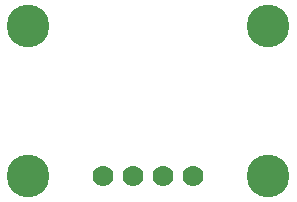
<source format=gbr>
G04 EAGLE Gerber RS-274X export*
G75*
%MOMM*%
%FSLAX34Y34*%
%LPD*%
%INSoldermask Bottom*%
%IPPOS*%
%AMOC8*
5,1,8,0,0,1.08239X$1,22.5*%
G01*
%ADD10C,1.778000*%
%ADD11C,3.617600*%


D10*
X27940Y-120015D03*
X53340Y-120015D03*
X78740Y-120015D03*
X104140Y-120015D03*
D11*
X-35560Y6985D03*
X167640Y6985D03*
X-35560Y-120015D03*
X167640Y-120015D03*
M02*

</source>
